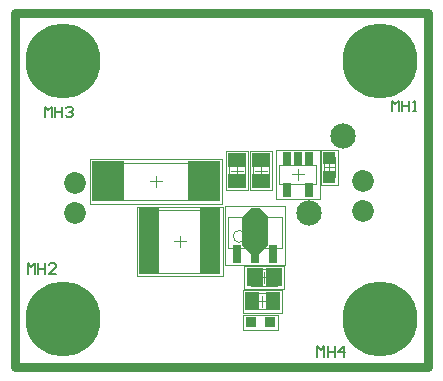
<source format=gts>
G04*
G04 #@! TF.GenerationSoftware,Altium Limited,Altium Designer,20.2.6 (244)*
G04*
G04 Layer_Color=8388736*
%FSLAX25Y25*%
%MOIN*%
G70*
G04*
G04 #@! TF.SameCoordinates,DEA562A4-C6CB-4A2D-AB16-88F5FE46ACB7*
G04*
G04*
G04 #@! TF.FilePolarity,Negative*
G04*
G01*
G75*
%ADD12C,0.00197*%
%ADD13C,0.00650*%
%ADD14C,0.03000*%
%ADD15C,0.00394*%
%ADD27C,0.08465*%
%ADD28R,0.02953X0.06102*%
%ADD29R,0.02953X0.03347*%
%ADD30R,0.02953X0.04724*%
%ADD31R,0.04528X0.05906*%
%ADD32R,0.04134X0.03937*%
%ADD33R,0.03740X0.03740*%
%ADD34R,0.10787X0.13346*%
%ADD35R,0.07087X0.21850*%
%ADD36R,0.05709X0.06299*%
%ADD37R,0.05906X0.04528*%
%ADD38C,0.25000*%
%ADD39C,0.07284*%
G36*
X78819Y53154D02*
X81181D01*
X81227Y53151D01*
X81273Y53140D01*
X81303Y53127D01*
X81316Y53122D01*
X81355Y53098D01*
X81391Y53068D01*
X84146Y50312D01*
X84146Y50312D01*
X84177Y50276D01*
X84201Y50237D01*
X84208Y50219D01*
X84219Y50194D01*
X84230Y50149D01*
X84233Y50102D01*
X84233Y50102D01*
Y40653D01*
X84229Y40607D01*
X84219Y40562D01*
X84206Y40532D01*
X84201Y40519D01*
X84177Y40479D01*
X84146Y40444D01*
X81391Y37688D01*
X81355Y37658D01*
X81316Y37634D01*
X81303Y37628D01*
X81273Y37616D01*
X81227Y37605D01*
X81181Y37601D01*
X78819D01*
X78773Y37605D01*
X78727Y37616D01*
X78697Y37628D01*
X78684Y37634D01*
X78645Y37658D01*
X78610Y37688D01*
X75854Y40444D01*
X75823Y40479D01*
X75799Y40519D01*
X75794Y40532D01*
X75781Y40562D01*
X75770Y40607D01*
X75767Y40653D01*
Y50102D01*
X75770Y50149D01*
X75781Y50194D01*
X75794Y50224D01*
X75799Y50237D01*
X75823Y50276D01*
X75854Y50312D01*
X78609Y53068D01*
X78610Y53068D01*
X78645Y53098D01*
X78684Y53122D01*
X78702Y53130D01*
X78727Y53140D01*
X78773Y53151D01*
X78819Y53154D01*
X78819Y53154D01*
D02*
G37*
D12*
X69961Y34157D02*
X90039D01*
X69961Y53843D02*
X90039D01*
X69961Y34157D02*
Y53843D01*
X90039Y34157D02*
Y53843D01*
X86976Y72583D02*
X101543D01*
X86976Y56047D02*
X101543D01*
Y72583D01*
X86976Y56047D02*
Y72583D01*
X75961Y18260D02*
X88953D01*
X75961Y25740D02*
X88953D01*
Y18260D02*
Y25740D01*
X75961Y18260D02*
Y25740D01*
X101969Y72363D02*
X107480D01*
X101969Y60946D02*
X107480D01*
Y72363D01*
X101969Y60946D02*
Y72363D01*
X87559Y12441D02*
Y17559D01*
X76339Y12441D02*
X87559D01*
X76142D02*
Y17559D01*
X76339D02*
X87559D01*
X24953Y54520D02*
X69047D01*
X24953Y69480D02*
X69047D01*
Y54520D02*
Y69480D01*
X24953Y54520D02*
Y69480D01*
X40492Y30386D02*
X69232D01*
X40492Y53614D02*
X69232D01*
Y30386D02*
Y53614D01*
X40492Y30386D02*
Y53614D01*
X76307Y26063D02*
X89693D01*
X76307Y33937D02*
X89693D01*
Y26063D02*
Y33937D01*
X76307Y26063D02*
Y33937D01*
X70260Y59047D02*
Y72039D01*
X77740Y59047D02*
Y72039D01*
X70260Y59047D02*
X77740D01*
X70260Y72039D02*
X77740D01*
X85740Y59047D02*
Y72039D01*
X78260Y59047D02*
Y72039D01*
X85740D01*
X78260Y59047D02*
X85740D01*
D13*
X125591Y85433D02*
Y88932D01*
X126757Y87766D01*
X127923Y88932D01*
Y85433D01*
X129089Y88932D02*
Y85433D01*
Y87182D01*
X131422D01*
Y88932D01*
Y85433D01*
X132588D02*
X133755D01*
X133171D01*
Y88932D01*
X132588Y88349D01*
X4200Y31200D02*
Y34699D01*
X5366Y33533D01*
X6533Y34699D01*
Y31200D01*
X7699Y34699D02*
Y31200D01*
Y32949D01*
X10031D01*
Y34699D01*
Y31200D01*
X13530D02*
X11198D01*
X13530Y33533D01*
Y34116D01*
X12947Y34699D01*
X11781D01*
X11198Y34116D01*
X9843Y83465D02*
Y86963D01*
X11009Y85797D01*
X12175Y86963D01*
Y83465D01*
X13341Y86963D02*
Y83465D01*
Y85214D01*
X15674D01*
Y86963D01*
Y83465D01*
X16840Y86380D02*
X17423Y86963D01*
X18590D01*
X19173Y86380D01*
Y85797D01*
X18590Y85214D01*
X18007D01*
X18590D01*
X19173Y84631D01*
Y84048D01*
X18590Y83465D01*
X17423D01*
X16840Y84048D01*
X100787Y3543D02*
Y7042D01*
X101954Y5876D01*
X103120Y7042D01*
Y3543D01*
X104286Y7042D02*
Y3543D01*
Y5293D01*
X106619D01*
Y7042D01*
Y3543D01*
X109535D02*
Y7042D01*
X107785Y5293D01*
X110118D01*
D14*
X0Y0D02*
Y118110D01*
Y0D02*
X137795D01*
Y118110D01*
X0D02*
X137795D01*
D15*
X76653Y43695D02*
G03*
X76653Y43695I-1969J0D01*
G01*
X70945Y39955D02*
X89055D01*
X70945Y50191D02*
X89055D01*
X70945Y39955D02*
Y50191D01*
X89055Y39955D02*
Y50191D01*
X88059Y67563D02*
X100461D01*
X88059Y61067D02*
X100461D01*
Y67563D01*
X88059Y61067D02*
Y67563D01*
X78323Y19342D02*
X86591D01*
X78323Y24657D02*
X86591D01*
Y19342D02*
Y24657D01*
X78323Y19342D02*
Y24657D01*
X102953Y70001D02*
X106496D01*
X102953Y63308D02*
X106496D01*
Y70001D01*
X102953Y63308D02*
Y70001D01*
X27315Y55701D02*
X66685D01*
X27315Y68299D02*
X66685D01*
Y55701D02*
Y68299D01*
X27315Y55701D02*
Y68299D01*
X42854Y31370D02*
X66870D01*
X42854Y52630D02*
X66870D01*
Y31370D02*
Y52630D01*
X42854Y31370D02*
Y52630D01*
X78669Y27146D02*
X87331D01*
X78669Y32854D02*
X87331D01*
Y27146D02*
Y32854D01*
X78669Y27146D02*
Y32854D01*
X71342Y61409D02*
Y69677D01*
X76657Y61409D02*
Y69677D01*
X71342Y61409D02*
X76657D01*
X71342Y69677D02*
X76657D01*
X84658Y61409D02*
Y69677D01*
X79343Y61409D02*
Y69677D01*
X84658D01*
X79343Y61409D02*
X84658D01*
X80000Y43104D02*
Y47041D01*
X78031Y45073D02*
X81968D01*
X94260Y62347D02*
Y66284D01*
X92291Y64315D02*
X96228D01*
X82457Y20031D02*
Y23968D01*
X80488Y22000D02*
X84425D01*
X104724Y64883D02*
Y68426D01*
X102953Y66654D02*
X106496D01*
X47000Y60031D02*
Y63968D01*
X45031Y62000D02*
X48968D01*
X54862Y40031D02*
Y43968D01*
X52894Y42000D02*
X56831D01*
X83000Y28032D02*
Y31969D01*
X81032Y30000D02*
X84969D01*
X72031Y65543D02*
X75968D01*
X74000Y63575D02*
Y67512D01*
X80032Y65543D02*
X83969D01*
X82000Y63575D02*
Y67512D01*
D27*
X98000Y51480D02*
D03*
X109449Y77165D02*
D03*
D28*
X74094Y37898D02*
D03*
X85905D02*
D03*
D29*
X80000Y36520D02*
D03*
D30*
X98000Y69630D02*
D03*
X94260D02*
D03*
X90520D02*
D03*
Y59000D02*
D03*
X98000D02*
D03*
D31*
X86000Y22000D02*
D03*
X78913D02*
D03*
D32*
X104724Y69706D02*
D03*
Y63603D02*
D03*
D33*
X78701Y15000D02*
D03*
X85000D02*
D03*
D34*
X62984Y62000D02*
D03*
X31016D02*
D03*
D35*
X65000Y42000D02*
D03*
X44724D02*
D03*
D36*
X86150Y30000D02*
D03*
X79850D02*
D03*
D37*
X74000Y62000D02*
D03*
Y69087D02*
D03*
X82000D02*
D03*
Y62000D02*
D03*
D38*
X121795Y102110D02*
D03*
X16000Y16000D02*
D03*
Y102110D02*
D03*
X121795Y16000D02*
D03*
D39*
X20000Y61480D02*
D03*
Y51480D02*
D03*
X116142Y52000D02*
D03*
Y62000D02*
D03*
M02*

</source>
